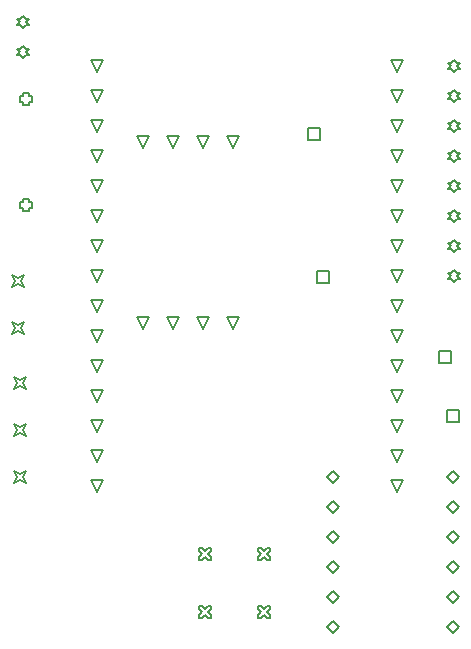
<source format=gbr>
G04*
G04 #@! TF.GenerationSoftware,Altium Limited,Altium Designer,25.0.2 (28)*
G04*
G04 Layer_Color=2752767*
%FSLAX44Y44*%
%MOMM*%
G71*
G04*
G04 #@! TF.SameCoordinates,4711C13A-52D9-45D7-B3A0-D515BE669C82*
G04*
G04*
G04 #@! TF.FilePolarity,Positive*
G04*
G01*
G75*
%ADD67C,0.1270*%
D67*
X1158500Y1325720D02*
X1153420Y1335880D01*
X1163580D01*
X1158500Y1325720D01*
Y1300320D02*
X1153420Y1310480D01*
X1163580D01*
X1158500Y1300320D01*
Y1274920D02*
X1153420Y1285080D01*
X1163580D01*
X1158500Y1274920D01*
Y1249520D02*
X1153420Y1259680D01*
X1163580D01*
X1158500Y1249520D01*
Y1224120D02*
X1153420Y1234280D01*
X1163580D01*
X1158500Y1224120D01*
Y1198720D02*
X1153420Y1208880D01*
X1163580D01*
X1158500Y1198720D01*
Y1173320D02*
X1153420Y1183480D01*
X1163580D01*
X1158500Y1173320D01*
Y1147920D02*
X1153420Y1158080D01*
X1163580D01*
X1158500Y1147920D01*
Y1122520D02*
X1153420Y1132680D01*
X1163580D01*
X1158500Y1122520D01*
Y1097120D02*
X1153420Y1107280D01*
X1163580D01*
X1158500Y1097120D01*
Y1071720D02*
X1153420Y1081880D01*
X1163580D01*
X1158500Y1071720D01*
Y1046320D02*
X1153420Y1056480D01*
X1163580D01*
X1158500Y1046320D01*
Y1020920D02*
X1153420Y1031080D01*
X1163580D01*
X1158500Y1020920D01*
Y970120D02*
X1153420Y980280D01*
X1163580D01*
X1158500Y970120D01*
Y995520D02*
X1153420Y1005680D01*
X1163580D01*
X1158500Y995520D01*
X904500Y1046320D02*
X899420Y1056480D01*
X909580D01*
X904500Y1046320D01*
Y1325720D02*
X899420Y1335880D01*
X909580D01*
X904500Y1325720D01*
Y1300320D02*
X899420Y1310480D01*
X909580D01*
X904500Y1300320D01*
Y1274920D02*
X899420Y1285080D01*
X909580D01*
X904500Y1274920D01*
Y1249520D02*
X899420Y1259680D01*
X909580D01*
X904500Y1249520D01*
Y1224120D02*
X899420Y1234280D01*
X909580D01*
X904500Y1224120D01*
Y1198720D02*
X899420Y1208880D01*
X909580D01*
X904500Y1198720D01*
Y1173320D02*
X899420Y1183480D01*
X909580D01*
X904500Y1173320D01*
Y1147920D02*
X899420Y1158080D01*
X909580D01*
X904500Y1147920D01*
Y1122520D02*
X899420Y1132680D01*
X909580D01*
X904500Y1122520D01*
Y1097120D02*
X899420Y1107280D01*
X909580D01*
X904500Y1097120D01*
Y1071720D02*
X899420Y1081880D01*
X909580D01*
X904500Y1071720D01*
Y1020920D02*
X899420Y1031080D01*
X909580D01*
X904500Y1020920D01*
Y995520D02*
X899420Y1005680D01*
X909580D01*
X904500Y995520D01*
Y970120D02*
X899420Y980280D01*
X909580D01*
X904500Y970120D01*
X833670Y1057270D02*
X836210Y1062350D01*
X833670Y1067430D01*
X838750Y1064890D01*
X843830Y1067430D01*
X841290Y1062350D01*
X843830Y1057270D01*
X838750Y1059810D01*
X833670Y1057270D01*
Y1017670D02*
X836210Y1022750D01*
X833670Y1027830D01*
X838750Y1025290D01*
X843830Y1027830D01*
X841290Y1022750D01*
X843830Y1017670D01*
X838750Y1020210D01*
X833670Y1017670D01*
Y978070D02*
X836210Y983150D01*
X833670Y988230D01*
X838750Y985690D01*
X843830Y988230D01*
X841290Y983150D01*
X843830Y978070D01*
X838750Y980610D01*
X833670Y978070D01*
X1200270Y983250D02*
X1205350Y988330D01*
X1210430Y983250D01*
X1205350Y978170D01*
X1200270Y983250D01*
Y957850D02*
X1205350Y962930D01*
X1210430Y957850D01*
X1205350Y952770D01*
X1200270Y957850D01*
Y932450D02*
X1205350Y937530D01*
X1210430Y932450D01*
X1205350Y927370D01*
X1200270Y932450D01*
Y907050D02*
X1205350Y912130D01*
X1210430Y907050D01*
X1205350Y901970D01*
X1200270Y907050D01*
Y881650D02*
X1205350Y886730D01*
X1210430Y881650D01*
X1205350Y876570D01*
X1200270Y881650D01*
Y856250D02*
X1205350Y861330D01*
X1210430Y856250D01*
X1205350Y851170D01*
X1200270Y856250D01*
X1098670Y957850D02*
X1103750Y962930D01*
X1108830Y957850D01*
X1103750Y952770D01*
X1098670Y957850D01*
Y881650D02*
X1103750Y886730D01*
X1108830Y881650D01*
X1103750Y876570D01*
X1098670Y881650D01*
Y983250D02*
X1103750Y988330D01*
X1108830Y983250D01*
X1103750Y978170D01*
X1098670Y983250D01*
Y932450D02*
X1103750Y937530D01*
X1108830Y932450D01*
X1103750Y927370D01*
X1098670Y932450D01*
Y907050D02*
X1103750Y912130D01*
X1108830Y907050D01*
X1103750Y901970D01*
X1098670Y907050D01*
Y856250D02*
X1103750Y861330D01*
X1108830Y856250D01*
X1103750Y851170D01*
X1098670Y856250D01*
X943050Y1108020D02*
X937970Y1118180D01*
X948130D01*
X943050Y1108020D01*
X968450D02*
X963370Y1118180D01*
X973530D01*
X968450Y1108020D01*
X993850D02*
X988770Y1118180D01*
X998930D01*
X993850Y1108020D01*
X1019250D02*
X1014170Y1118180D01*
X1024330D01*
X1019250Y1108020D01*
X943050Y1261420D02*
X937970Y1271580D01*
X948130D01*
X943050Y1261420D01*
X968450D02*
X963370Y1271580D01*
X973530D01*
X968450Y1261420D01*
X993850D02*
X988770Y1271580D01*
X998930D01*
X993850Y1261420D01*
X1019250D02*
X1014170Y1271580D01*
X1024330D01*
X1019250Y1261420D01*
X990670Y913170D02*
X993210D01*
X995750Y915710D01*
X998290Y913170D01*
X1000830D01*
Y915710D01*
X998290Y918250D01*
X1000830Y920790D01*
Y923330D01*
X998290D01*
X995750Y920790D01*
X993210Y923330D01*
X990670D01*
Y920790D01*
X993210Y918250D01*
X990670Y915710D01*
Y913170D01*
X1040670D02*
X1043210D01*
X1045750Y915710D01*
X1048290Y913170D01*
X1050830D01*
Y915710D01*
X1048290Y918250D01*
X1050830Y920790D01*
Y923330D01*
X1048290D01*
X1045750Y920790D01*
X1043210Y923330D01*
X1040670D01*
Y920790D01*
X1043210Y918250D01*
X1040670Y915710D01*
Y913170D01*
X990670Y863920D02*
X993210D01*
X995750Y866460D01*
X998290Y863920D01*
X1000830D01*
Y866460D01*
X998290Y869000D01*
X1000830Y871540D01*
Y874080D01*
X998290D01*
X995750Y871540D01*
X993210Y874080D01*
X990670D01*
Y871540D01*
X993210Y869000D01*
X990670Y866460D01*
Y863920D01*
X1040670D02*
X1043210D01*
X1045750Y866460D01*
X1048290Y863920D01*
X1050830D01*
Y866460D01*
X1048290Y869000D01*
X1050830Y871540D01*
Y874080D01*
X1048290D01*
X1045750Y871540D01*
X1043210Y874080D01*
X1040670D01*
Y871540D01*
X1043210Y869000D01*
X1040670Y866460D01*
Y863920D01*
X1206000Y1147970D02*
X1208540Y1150510D01*
X1211080D01*
X1208540Y1153050D01*
X1211080Y1155590D01*
X1208540D01*
X1206000Y1158130D01*
X1203460Y1155590D01*
X1200920D01*
X1203460Y1153050D01*
X1200920Y1150510D01*
X1203460D01*
X1206000Y1147970D01*
Y1173370D02*
X1208540Y1175910D01*
X1211080D01*
X1208540Y1178450D01*
X1211080Y1180990D01*
X1208540D01*
X1206000Y1183530D01*
X1203460Y1180990D01*
X1200920D01*
X1203460Y1178450D01*
X1200920Y1175910D01*
X1203460D01*
X1206000Y1173370D01*
Y1198770D02*
X1208540Y1201310D01*
X1211080D01*
X1208540Y1203850D01*
X1211080Y1206390D01*
X1208540D01*
X1206000Y1208930D01*
X1203460Y1206390D01*
X1200920D01*
X1203460Y1203850D01*
X1200920Y1201310D01*
X1203460D01*
X1206000Y1198770D01*
Y1224170D02*
X1208540Y1226710D01*
X1211080D01*
X1208540Y1229250D01*
X1211080Y1231790D01*
X1208540D01*
X1206000Y1234330D01*
X1203460Y1231790D01*
X1200920D01*
X1203460Y1229250D01*
X1200920Y1226710D01*
X1203460D01*
X1206000Y1224170D01*
Y1249570D02*
X1208540Y1252110D01*
X1211080D01*
X1208540Y1254650D01*
X1211080Y1257190D01*
X1208540D01*
X1206000Y1259730D01*
X1203460Y1257190D01*
X1200920D01*
X1203460Y1254650D01*
X1200920Y1252110D01*
X1203460D01*
X1206000Y1249570D01*
Y1274970D02*
X1208540Y1277510D01*
X1211080D01*
X1208540Y1280050D01*
X1211080Y1282590D01*
X1208540D01*
X1206000Y1285130D01*
X1203460Y1282590D01*
X1200920D01*
X1203460Y1280050D01*
X1200920Y1277510D01*
X1203460D01*
X1206000Y1274970D01*
Y1300370D02*
X1208540Y1302910D01*
X1211080D01*
X1208540Y1305450D01*
X1211080Y1307990D01*
X1208540D01*
X1206000Y1310530D01*
X1203460Y1307990D01*
X1200920D01*
X1203460Y1305450D01*
X1200920Y1302910D01*
X1203460D01*
X1206000Y1300370D01*
Y1325770D02*
X1208540Y1328310D01*
X1211080D01*
X1208540Y1330850D01*
X1211080Y1333390D01*
X1208540D01*
X1206000Y1335930D01*
X1203460Y1333390D01*
X1200920D01*
X1203460Y1330850D01*
X1200920Y1328310D01*
X1203460D01*
X1206000Y1325770D01*
X832170Y1143920D02*
X834710Y1149000D01*
X832170Y1154080D01*
X837250Y1151540D01*
X842330Y1154080D01*
X839790Y1149000D01*
X842330Y1143920D01*
X837250Y1146460D01*
X832170Y1143920D01*
Y1104320D02*
X834710Y1109400D01*
X832170Y1114480D01*
X837250Y1111940D01*
X842330Y1114480D01*
X839790Y1109400D01*
X842330Y1104320D01*
X837250Y1106860D01*
X832170Y1104320D01*
X841750Y1363121D02*
X844290Y1365661D01*
X846830D01*
X844290Y1368201D01*
X846830Y1370741D01*
X844290D01*
X841750Y1373281D01*
X839210Y1370741D01*
X836670D01*
X839210Y1368201D01*
X836670Y1365661D01*
X839210D01*
X841750Y1363121D01*
Y1337720D02*
X844290Y1340260D01*
X846830D01*
X844290Y1342800D01*
X846830Y1345340D01*
X844290D01*
X841750Y1347880D01*
X839210Y1345340D01*
X836670D01*
X839210Y1342800D01*
X836670Y1340260D01*
X839210D01*
X841750Y1337720D01*
X841710Y1210710D02*
Y1208170D01*
X846790D01*
Y1210710D01*
X849330D01*
Y1215790D01*
X846790D01*
Y1218330D01*
X841710D01*
Y1215790D01*
X839170D01*
Y1210710D01*
X841710D01*
Y1300710D02*
Y1298170D01*
X846790D01*
Y1300710D01*
X849330D01*
Y1305790D01*
X846790D01*
Y1308330D01*
X841710D01*
Y1305790D01*
X839170D01*
Y1300710D01*
X841710D01*
X1082920Y1268670D02*
Y1278830D01*
X1093080D01*
Y1268670D01*
X1082920D01*
X1090420Y1146920D02*
Y1157080D01*
X1100580D01*
Y1146920D01*
X1090420D01*
X1200270Y1029342D02*
Y1039502D01*
X1210430D01*
Y1029342D01*
X1200270D01*
X1193546Y1079500D02*
Y1089660D01*
X1203706D01*
Y1079500D01*
X1193546D01*
M02*

</source>
